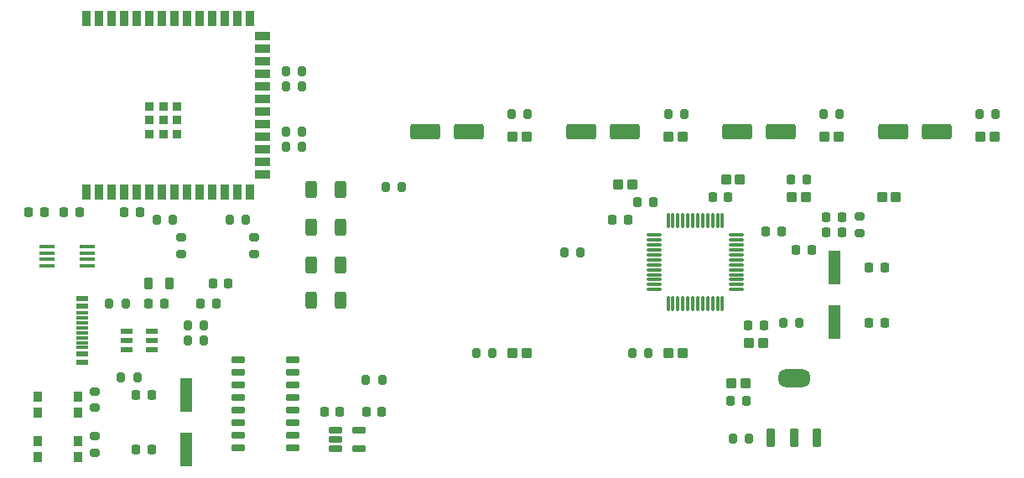
<source format=gtp>
G04 #@! TF.GenerationSoftware,KiCad,Pcbnew,7.0.2*
G04 #@! TF.CreationDate,2023-07-04T15:02:42+02:00*
G04 #@! TF.ProjectId,espboard,65737062-6f61-4726-942e-6b696361645f,rev?*
G04 #@! TF.SameCoordinates,Original*
G04 #@! TF.FileFunction,Paste,Top*
G04 #@! TF.FilePolarity,Positive*
%FSLAX46Y46*%
G04 Gerber Fmt 4.6, Leading zero omitted, Abs format (unit mm)*
G04 Created by KiCad (PCBNEW 7.0.2) date 2023-07-04 15:02:42*
%MOMM*%
%LPD*%
G01*
G04 APERTURE LIST*
G04 Aperture macros list*
%AMRoundRect*
0 Rectangle with rounded corners*
0 $1 Rounding radius*
0 $2 $3 $4 $5 $6 $7 $8 $9 X,Y pos of 4 corners*
0 Add a 4 corners polygon primitive as box body*
4,1,4,$2,$3,$4,$5,$6,$7,$8,$9,$2,$3,0*
0 Add four circle primitives for the rounded corners*
1,1,$1+$1,$2,$3*
1,1,$1+$1,$4,$5*
1,1,$1+$1,$6,$7*
1,1,$1+$1,$8,$9*
0 Add four rect primitives between the rounded corners*
20,1,$1+$1,$2,$3,$4,$5,0*
20,1,$1+$1,$4,$5,$6,$7,0*
20,1,$1+$1,$6,$7,$8,$9,0*
20,1,$1+$1,$8,$9,$2,$3,0*%
G04 Aperture macros list end*
%ADD10RoundRect,0.200000X0.200000X0.275000X-0.200000X0.275000X-0.200000X-0.275000X0.200000X-0.275000X0*%
%ADD11RoundRect,0.250000X0.287500X0.275000X-0.287500X0.275000X-0.287500X-0.275000X0.287500X-0.275000X0*%
%ADD12RoundRect,0.250000X-1.250000X-0.550000X1.250000X-0.550000X1.250000X0.550000X-1.250000X0.550000X0*%
%ADD13RoundRect,0.225000X-0.225000X-0.250000X0.225000X-0.250000X0.225000X0.250000X-0.225000X0.250000X0*%
%ADD14RoundRect,0.200000X-0.275000X0.200000X-0.275000X-0.200000X0.275000X-0.200000X0.275000X0.200000X0*%
%ADD15R,1.524000X0.457200*%
%ADD16R,0.900000X1.000000*%
%ADD17RoundRect,0.225000X0.225000X0.250000X-0.225000X0.250000X-0.225000X-0.250000X0.225000X-0.250000X0*%
%ADD18RoundRect,0.200000X0.275000X-0.200000X0.275000X0.200000X-0.275000X0.200000X-0.275000X-0.200000X0*%
%ADD19R,1.200000X3.500000*%
%ADD20RoundRect,0.250000X-0.287500X-0.275000X0.287500X-0.275000X0.287500X0.275000X-0.287500X0.275000X0*%
%ADD21RoundRect,0.200000X-0.200000X-0.275000X0.200000X-0.275000X0.200000X0.275000X-0.200000X0.275000X0*%
%ADD22RoundRect,0.250000X-0.312500X-0.625000X0.312500X-0.625000X0.312500X0.625000X-0.312500X0.625000X0*%
%ADD23RoundRect,0.040600X-0.564400X-0.249400X0.564400X-0.249400X0.564400X0.249400X-0.564400X0.249400X0*%
%ADD24R,1.250000X0.600000*%
%ADD25R,1.250000X0.300000*%
%ADD26O,1.560000X0.280000*%
%ADD27O,0.280000X1.560000*%
%ADD28RoundRect,0.097900X0.347100X-0.807100X0.347100X0.807100X-0.347100X0.807100X-0.347100X-0.807100X0*%
%ADD29RoundRect,0.724000X0.871000X-0.181000X0.871000X0.181000X-0.871000X0.181000X-0.871000X-0.181000X0*%
%ADD30RoundRect,0.218750X-0.218750X-0.381250X0.218750X-0.381250X0.218750X0.381250X-0.218750X0.381250X0*%
%ADD31RoundRect,0.060000X-0.615000X0.240000X-0.615000X-0.240000X0.615000X-0.240000X0.615000X0.240000X0*%
%ADD32R,0.900000X1.500000*%
%ADD33R,1.500000X0.900000*%
%ADD34R,0.900000X0.900000*%
%ADD35RoundRect,0.049600X-0.605400X-0.260400X0.605400X-0.260400X0.605400X0.260400X-0.605400X0.260400X0*%
G04 APERTURE END LIST*
D10*
G04 #@! TO.C,R11*
X123253000Y-72136000D03*
X121603000Y-72136000D03*
G04 #@! TD*
D11*
G04 #@! TO.C,C24*
X123140500Y-74422000D03*
X121715500Y-74422000D03*
G04 #@! TD*
D12*
G04 #@! TO.C,C23*
X128610000Y-73914000D03*
X133010000Y-73914000D03*
G04 #@! TD*
D13*
G04 #@! TO.C,C9*
X106975000Y-102250000D03*
X108525000Y-102250000D03*
G04 #@! TD*
D14*
G04 #@! TO.C,R26*
X88265000Y-84615000D03*
X88265000Y-86265000D03*
G04 #@! TD*
D10*
G04 #@! TO.C,R14*
X154749000Y-72136000D03*
X153099000Y-72136000D03*
G04 #@! TD*
D15*
G04 #@! TO.C,U6*
X74718000Y-85534800D03*
X74718000Y-86169800D03*
X74718000Y-86830200D03*
X74718000Y-87465200D03*
X78782000Y-87465200D03*
X78782000Y-86830200D03*
X78782000Y-86169800D03*
X78782000Y-85534800D03*
G04 #@! TD*
D16*
G04 #@! TO.C,S1*
X73750000Y-102300000D03*
X77850000Y-102300000D03*
X73750000Y-100700000D03*
X77850000Y-100700000D03*
G04 #@! TD*
D17*
G04 #@! TO.C,C7*
X133363000Y-82804000D03*
X131813000Y-82804000D03*
G04 #@! TD*
D13*
G04 #@! TO.C,C36*
X82537000Y-82042000D03*
X84087000Y-82042000D03*
G04 #@! TD*
D18*
G04 #@! TO.C,R29*
X79500000Y-101825000D03*
X79500000Y-100175000D03*
G04 #@! TD*
D19*
G04 #@! TO.C,Y2*
X88750000Y-106000000D03*
X88750000Y-100500000D03*
G04 #@! TD*
D20*
G04 #@! TO.C,C14*
X159004000Y-80518000D03*
X160429000Y-80518000D03*
G04 #@! TD*
D17*
G04 #@! TO.C,C38*
X77991000Y-82042000D03*
X76441000Y-82042000D03*
G04 #@! TD*
D20*
G04 #@! TO.C,C5*
X145591500Y-95250000D03*
X147016500Y-95250000D03*
G04 #@! TD*
D21*
G04 #@! TO.C,R21*
X98806000Y-67818000D03*
X100456000Y-67818000D03*
G04 #@! TD*
D10*
G04 #@! TO.C,R10*
X150685000Y-93218000D03*
X149035000Y-93218000D03*
G04 #@! TD*
D22*
G04 #@! TO.C,R18*
X101407500Y-90932000D03*
X104332500Y-90932000D03*
G04 #@! TD*
D18*
G04 #@! TO.C,R30*
X79500000Y-106325000D03*
X79500000Y-104675000D03*
G04 #@! TD*
D23*
G04 #@! TO.C,U3*
X82745000Y-94050000D03*
X82745000Y-95000000D03*
X82745000Y-95950000D03*
X85255000Y-95950000D03*
X85255000Y-95000000D03*
X85255000Y-94050000D03*
G04 #@! TD*
D13*
G04 #@! TO.C,C10*
X150355000Y-85852000D03*
X151905000Y-85852000D03*
G04 #@! TD*
D17*
G04 #@! TO.C,C26*
X154953000Y-82550000D03*
X153403000Y-82550000D03*
G04 #@! TD*
D24*
G04 #@! TO.C,J1*
X78295000Y-90780000D03*
X78295000Y-91580000D03*
D25*
X78295000Y-92730000D03*
X78295000Y-93730000D03*
X78295000Y-94230000D03*
X78295000Y-95230000D03*
D24*
X78295000Y-97180000D03*
X78295000Y-96380000D03*
D25*
X78295000Y-95730000D03*
X78295000Y-94730000D03*
X78295000Y-93230000D03*
X78295000Y-92230000D03*
G04 #@! TD*
D21*
G04 #@! TO.C,R23*
X93155000Y-82804000D03*
X94805000Y-82804000D03*
G04 #@! TD*
G04 #@! TO.C,R9*
X88925000Y-95000000D03*
X90575000Y-95000000D03*
G04 #@! TD*
D26*
G04 #@! TO.C,U2*
X135982500Y-84372000D03*
X135982500Y-84872000D03*
X135982500Y-85372000D03*
X135982500Y-85872000D03*
X135982500Y-86372000D03*
X135982500Y-86872000D03*
X135982500Y-87372000D03*
X135982500Y-87872000D03*
X135982500Y-88372000D03*
X135982500Y-88872000D03*
X135982500Y-89372000D03*
X135982500Y-89872000D03*
D27*
X137412500Y-91302000D03*
X137912500Y-91302000D03*
X138412500Y-91302000D03*
X138912500Y-91302000D03*
X139412500Y-91302000D03*
X139912500Y-91302000D03*
X140412500Y-91302000D03*
X140912500Y-91302000D03*
X141412500Y-91302000D03*
X141912500Y-91302000D03*
X142412500Y-91302000D03*
X142912500Y-91302000D03*
D26*
X144342500Y-89872000D03*
X144342500Y-89372000D03*
X144342500Y-88872000D03*
X144342500Y-88372000D03*
X144342500Y-87872000D03*
X144342500Y-87372000D03*
X144342500Y-86872000D03*
X144342500Y-86372000D03*
X144342500Y-85872000D03*
X144342500Y-85372000D03*
X144342500Y-84872000D03*
X144342500Y-84372000D03*
D27*
X142912500Y-82942000D03*
X142412500Y-82942000D03*
X141912500Y-82942000D03*
X141412500Y-82942000D03*
X140912500Y-82942000D03*
X140412500Y-82942000D03*
X139912500Y-82942000D03*
X139412500Y-82942000D03*
X138912500Y-82942000D03*
X138412500Y-82942000D03*
X137912500Y-82942000D03*
X137412500Y-82942000D03*
G04 #@! TD*
D21*
G04 #@! TO.C,R3*
X82175000Y-98750000D03*
X83825000Y-98750000D03*
G04 #@! TD*
G04 #@! TO.C,R6*
X133795000Y-96266000D03*
X135445000Y-96266000D03*
G04 #@! TD*
D20*
G04 #@! TO.C,C16*
X121715500Y-96266000D03*
X123140500Y-96266000D03*
G04 #@! TD*
D13*
G04 #@! TO.C,C11*
X149847000Y-78740000D03*
X151397000Y-78740000D03*
G04 #@! TD*
D28*
G04 #@! TO.C,Q1*
X147814000Y-104864000D03*
X150114000Y-104864000D03*
X152414000Y-104864000D03*
D29*
X150114000Y-98844000D03*
G04 #@! TD*
D10*
G04 #@! TO.C,R7*
X128587000Y-86106000D03*
X126937000Y-86106000D03*
G04 #@! TD*
D21*
G04 #@! TO.C,R25*
X98806000Y-73914000D03*
X100456000Y-73914000D03*
G04 #@! TD*
G04 #@! TO.C,R4*
X106925000Y-99000000D03*
X108575000Y-99000000D03*
G04 #@! TD*
D19*
G04 #@! TO.C,Y1*
X154178000Y-93174000D03*
X154178000Y-87674000D03*
G04 #@! TD*
D30*
G04 #@! TO.C,FB1*
X84937500Y-89250000D03*
X87062500Y-89250000D03*
G04 #@! TD*
D10*
G04 #@! TO.C,R15*
X170497000Y-72136000D03*
X168847000Y-72136000D03*
G04 #@! TD*
D11*
G04 #@! TO.C,C34*
X154636500Y-74422000D03*
X153211500Y-74422000D03*
G04 #@! TD*
D17*
G04 #@! TO.C,C37*
X74435000Y-82042000D03*
X72885000Y-82042000D03*
G04 #@! TD*
D21*
G04 #@! TO.C,R1*
X81000000Y-91250000D03*
X82650000Y-91250000D03*
G04 #@! TD*
D13*
G04 #@! TO.C,C1*
X102725000Y-102250000D03*
X104275000Y-102250000D03*
G04 #@! TD*
D31*
G04 #@! TO.C,U1*
X103815000Y-104050000D03*
X103815000Y-105000000D03*
X103815000Y-105950000D03*
X106185000Y-105950000D03*
X106185000Y-104050000D03*
G04 #@! TD*
D21*
G04 #@! TO.C,R8*
X88925000Y-93500000D03*
X90575000Y-93500000D03*
G04 #@! TD*
D32*
G04 #@! TO.C,U5*
X78720000Y-80018000D03*
X79990000Y-80018000D03*
X81260000Y-80018000D03*
X82530000Y-80018000D03*
X83800000Y-80018000D03*
X85070000Y-80018000D03*
X86340000Y-80018000D03*
X87610000Y-80018000D03*
X88880000Y-80018000D03*
X90150000Y-80018000D03*
X91420000Y-80018000D03*
X92690000Y-80018000D03*
X93960000Y-80018000D03*
X95230000Y-80018000D03*
D33*
X96480000Y-78253000D03*
X96480000Y-76983000D03*
X96480000Y-75713000D03*
X96480000Y-74443000D03*
X96480000Y-73173000D03*
X96480000Y-71903000D03*
X96480000Y-70633000D03*
X96480000Y-69363000D03*
X96480000Y-68093000D03*
X96480000Y-66823000D03*
X96480000Y-65553000D03*
X96480000Y-64283000D03*
D32*
X95230000Y-62518000D03*
X93960000Y-62518000D03*
X92690000Y-62518000D03*
X91420000Y-62518000D03*
X90150000Y-62518000D03*
X88880000Y-62518000D03*
X87610000Y-62518000D03*
X86340000Y-62518000D03*
X85070000Y-62518000D03*
X83800000Y-62518000D03*
X82530000Y-62518000D03*
X81260000Y-62518000D03*
X79990000Y-62518000D03*
X78720000Y-62518000D03*
D34*
X86440000Y-72768000D03*
X86440000Y-74168000D03*
X86440000Y-71368000D03*
X87840000Y-74168000D03*
X87840000Y-72768000D03*
X87840000Y-71368000D03*
X85040000Y-74168000D03*
X85040000Y-72768000D03*
X85040000Y-71368000D03*
G04 #@! TD*
D22*
G04 #@! TO.C,R19*
X101407500Y-87376000D03*
X104332500Y-87376000D03*
G04 #@! TD*
D17*
G04 #@! TO.C,C4*
X147079000Y-93472000D03*
X145529000Y-93472000D03*
G04 #@! TD*
D11*
G04 #@! TO.C,C35*
X170384500Y-74422000D03*
X168959500Y-74422000D03*
G04 #@! TD*
D20*
G04 #@! TO.C,C13*
X149909500Y-80518000D03*
X151334500Y-80518000D03*
G04 #@! TD*
D21*
G04 #@! TO.C,R2*
X143955000Y-104902000D03*
X145605000Y-104902000D03*
G04 #@! TD*
D12*
G04 #@! TO.C,C32*
X144358000Y-73914000D03*
X148758000Y-73914000D03*
G04 #@! TD*
D20*
G04 #@! TO.C,C21*
X143256000Y-78740000D03*
X144681000Y-78740000D03*
G04 #@! TD*
D13*
G04 #@! TO.C,C12*
X90225000Y-91250000D03*
X91775000Y-91250000D03*
G04 #@! TD*
D20*
G04 #@! TO.C,C17*
X137463500Y-96266000D03*
X138888500Y-96266000D03*
G04 #@! TD*
D13*
G04 #@! TO.C,C30*
X83725000Y-106000000D03*
X85275000Y-106000000D03*
G04 #@! TD*
D21*
G04 #@! TO.C,R20*
X98806000Y-69342000D03*
X100456000Y-69342000D03*
G04 #@! TD*
G04 #@! TO.C,R5*
X118047000Y-96266000D03*
X119697000Y-96266000D03*
G04 #@! TD*
D11*
G04 #@! TO.C,C20*
X133808500Y-79248000D03*
X132383500Y-79248000D03*
G04 #@! TD*
D12*
G04 #@! TO.C,C33*
X160106000Y-73914000D03*
X164506000Y-73914000D03*
G04 #@! TD*
D21*
G04 #@! TO.C,R22*
X85789000Y-82804000D03*
X87439000Y-82804000D03*
G04 #@! TD*
D14*
G04 #@! TO.C,R13*
X156718000Y-82487000D03*
X156718000Y-84137000D03*
G04 #@! TD*
D35*
G04 #@! TO.C,U4*
X94000000Y-96980000D03*
X94000000Y-98250000D03*
X94000000Y-99520000D03*
X94000000Y-100790000D03*
X94000000Y-102060000D03*
X94000000Y-103330000D03*
X94000000Y-104600000D03*
X94000000Y-105870000D03*
X99500000Y-105870000D03*
X99500000Y-104600000D03*
X99500000Y-103330000D03*
X99500000Y-102060000D03*
X99500000Y-100790000D03*
X99500000Y-99520000D03*
X99500000Y-98250000D03*
X99500000Y-96980000D03*
G04 #@! TD*
D13*
G04 #@! TO.C,C19*
X141923500Y-80518000D03*
X143473500Y-80518000D03*
G04 #@! TD*
D17*
G04 #@! TO.C,C18*
X135903000Y-81026000D03*
X134353000Y-81026000D03*
G04 #@! TD*
D22*
G04 #@! TO.C,R17*
X101407500Y-83554000D03*
X104332500Y-83554000D03*
G04 #@! TD*
D13*
G04 #@! TO.C,C3*
X143751000Y-101092000D03*
X145301000Y-101092000D03*
G04 #@! TD*
D17*
G04 #@! TO.C,C29*
X154953000Y-84074000D03*
X153403000Y-84074000D03*
G04 #@! TD*
D21*
G04 #@! TO.C,R28*
X108903000Y-79502000D03*
X110553000Y-79502000D03*
G04 #@! TD*
D16*
G04 #@! TO.C,S2*
X73750000Y-106800000D03*
X77850000Y-106800000D03*
X73750000Y-105200000D03*
X77850000Y-105200000D03*
G04 #@! TD*
D22*
G04 #@! TO.C,R16*
X101407500Y-79756000D03*
X104332500Y-79756000D03*
G04 #@! TD*
D12*
G04 #@! TO.C,C22*
X112862000Y-73914000D03*
X117262000Y-73914000D03*
G04 #@! TD*
D11*
G04 #@! TO.C,C25*
X138888500Y-74422000D03*
X137463500Y-74422000D03*
G04 #@! TD*
D13*
G04 #@! TO.C,C31*
X83725000Y-100500000D03*
X85275000Y-100500000D03*
G04 #@! TD*
D14*
G04 #@! TO.C,R27*
X95655000Y-84615000D03*
X95655000Y-86265000D03*
G04 #@! TD*
D17*
G04 #@! TO.C,C27*
X159271000Y-93218000D03*
X157721000Y-93218000D03*
G04 #@! TD*
D13*
G04 #@! TO.C,C6*
X147307000Y-83997800D03*
X148857000Y-83997800D03*
G04 #@! TD*
G04 #@! TO.C,C8*
X84975000Y-91250000D03*
X86525000Y-91250000D03*
G04 #@! TD*
D17*
G04 #@! TO.C,C28*
X159271000Y-87630000D03*
X157721000Y-87630000D03*
G04 #@! TD*
D21*
G04 #@! TO.C,R24*
X98806000Y-75438000D03*
X100456000Y-75438000D03*
G04 #@! TD*
D10*
G04 #@! TO.C,R12*
X139064000Y-72136000D03*
X137414000Y-72136000D03*
G04 #@! TD*
D13*
G04 #@! TO.C,C15*
X91475000Y-89250000D03*
X93025000Y-89250000D03*
G04 #@! TD*
D11*
G04 #@! TO.C,C2*
X145238500Y-99314000D03*
X143813500Y-99314000D03*
G04 #@! TD*
M02*

</source>
